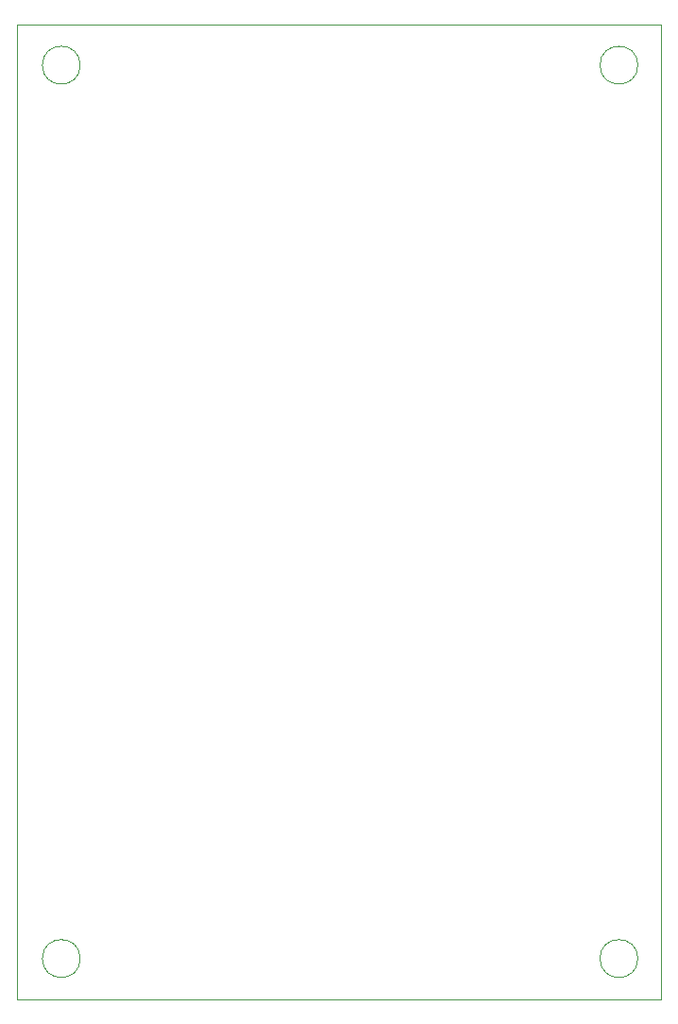
<source format=gm1>
%TF.GenerationSoftware,KiCad,Pcbnew,7.0.2*%
%TF.CreationDate,2023-07-26T12:22:01-04:00*%
%TF.ProjectId,avc-computer,6176632d-636f-46d7-9075-7465722e6b69,rev?*%
%TF.SameCoordinates,Original*%
%TF.FileFunction,Profile,NP*%
%FSLAX46Y46*%
G04 Gerber Fmt 4.6, Leading zero omitted, Abs format (unit mm)*
G04 Created by KiCad (PCBNEW 7.0.2) date 2023-07-26 12:22:01*
%MOMM*%
%LPD*%
G01*
G04 APERTURE LIST*
%TA.AperFunction,Profile*%
%ADD10C,0.100000*%
%TD*%
G04 APERTURE END LIST*
D10*
X99040000Y-139250500D02*
G75*
G03*
X99040000Y-139250500I-1700000J0D01*
G01*
X93345000Y-55626000D02*
X151130000Y-55626000D01*
X151130000Y-142875000D01*
X93345000Y-142875000D01*
X93345000Y-55626000D01*
X99040000Y-59250500D02*
G75*
G03*
X99040000Y-59250500I-1700000J0D01*
G01*
X149040000Y-59250500D02*
G75*
G03*
X149040000Y-59250500I-1700000J0D01*
G01*
X149040000Y-139250500D02*
G75*
G03*
X149040000Y-139250500I-1700000J0D01*
G01*
M02*

</source>
